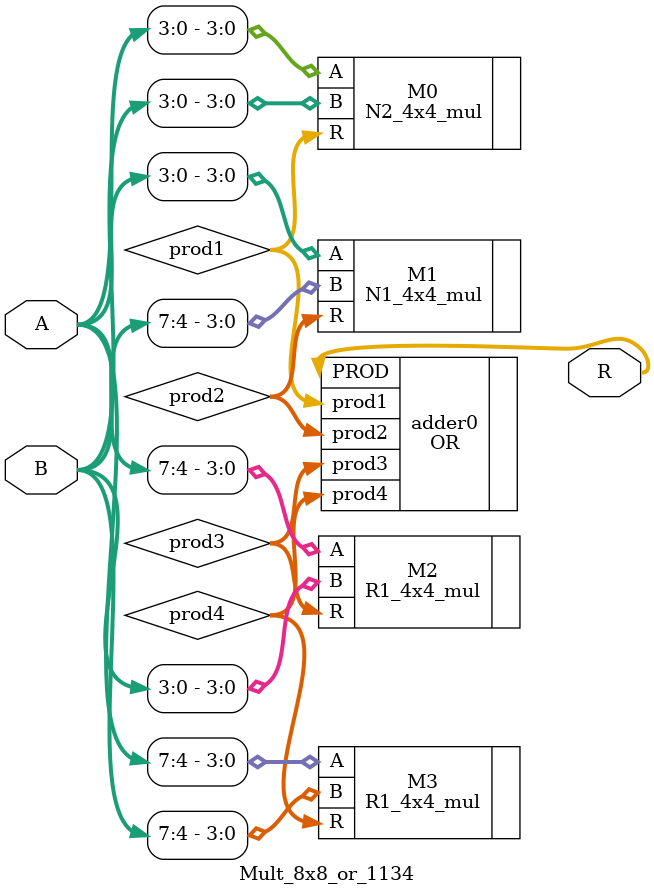
<source format=v>
module Mult_8x8_or_1134(
input [7:0] A,
input [7:0] B,
output [15:0]R
);
wire [7:0]prod1;
wire [7:0]prod2;
wire [7:0]prod3;
wire [7:0]prod4;

N2_4x4_mul M0(.A(A[3:0]),.B(B[3:0]),.R(prod1));
N1_4x4_mul M1(.A(A[3:0]),.B(B[7:4]),.R(prod2));
R1_4x4_mul M2(.A(A[7:4]),.B(B[3:0]),.R(prod3));
R1_4x4_mul M3(.A(A[7:4]),.B(B[7:4]),.R(prod4));
OR adder0(.prod1(prod1),.prod2(prod2),.prod3(prod3),.prod4(prod4),.PROD(R));
endmodule

</source>
